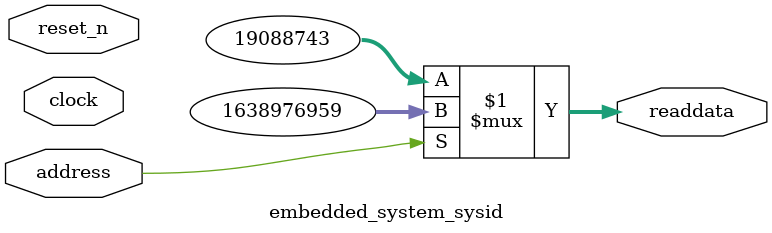
<source format=v>



// synthesis translate_off
`timescale 1ns / 1ps
// synthesis translate_on

// turn off superfluous verilog processor warnings 
// altera message_level Level1 
// altera message_off 10034 10035 10036 10037 10230 10240 10030 

module embedded_system_sysid (
               // inputs:
                address,
                clock,
                reset_n,

               // outputs:
                readdata
             )
;

  output  [ 31: 0] readdata;
  input            address;
  input            clock;
  input            reset_n;

  wire    [ 31: 0] readdata;
  //control_slave, which is an e_avalon_slave
  assign readdata = address ? 1638976959 : 19088743;

endmodule



</source>
